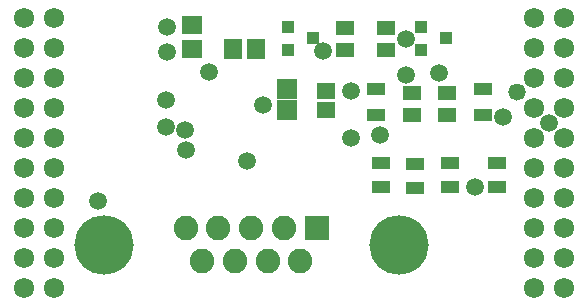
<source format=gbs>
G04 Layer_Color=8150272*
%FSLAX42Y42*%
%MOMM*%
G71*
G01*
G75*
%ADD40R,1.50X1.10*%
%ADD41R,1.65X1.25*%
%ADD49C,1.72*%
%ADD50C,5.03*%
%ADD51C,2.08*%
%ADD52R,2.08X2.08*%
%ADD53C,1.50*%
%ADD54C,1.47*%
%ADD55R,1.11X1.01*%
%ADD56R,1.75X1.55*%
%ADD57R,1.75X1.75*%
%ADD58R,1.55X1.75*%
%ADD59R,1.65X1.45*%
D40*
X8150Y6640D02*
D03*
Y6440D02*
D03*
X8440Y6430D02*
D03*
Y6630D02*
D03*
X9130Y6440D02*
D03*
Y6640D02*
D03*
X8730Y6440D02*
D03*
Y6640D02*
D03*
X9010Y7270D02*
D03*
Y7050D02*
D03*
X8110Y7270D02*
D03*
Y7050D02*
D03*
D41*
X8190Y7787D02*
D03*
Y7602D02*
D03*
X7840D02*
D03*
Y7787D02*
D03*
X8710Y7232D02*
D03*
Y7047D02*
D03*
X8410Y7232D02*
D03*
Y7047D02*
D03*
D49*
X5127Y7873D02*
D03*
X5381D02*
D03*
X5127Y7619D02*
D03*
X5381D02*
D03*
X5127Y7365D02*
D03*
X5381D02*
D03*
X5127Y7111D02*
D03*
X5381D02*
D03*
X5127Y6857D02*
D03*
X5381D02*
D03*
X5127Y6603D02*
D03*
X5381D02*
D03*
X5127Y6349D02*
D03*
X5381D02*
D03*
X5127Y6095D02*
D03*
X5381D02*
D03*
X5127Y5841D02*
D03*
X5381D02*
D03*
X5127Y5587D02*
D03*
X5381D02*
D03*
X9445Y7873D02*
D03*
X9699D02*
D03*
X9445Y7619D02*
D03*
X9699D02*
D03*
X9445Y7365D02*
D03*
X9699D02*
D03*
X9445Y7111D02*
D03*
X9699D02*
D03*
X9445Y6857D02*
D03*
X9699D02*
D03*
X9445Y6603D02*
D03*
X9699D02*
D03*
X9445Y6349D02*
D03*
X9699D02*
D03*
X9445Y6095D02*
D03*
X9699D02*
D03*
X9445Y5841D02*
D03*
X9699D02*
D03*
X9445Y5587D02*
D03*
X9699D02*
D03*
D50*
X5799Y5950D02*
D03*
X8301D02*
D03*
D51*
X6635Y5808D02*
D03*
X6911D02*
D03*
X7189D02*
D03*
X7466D02*
D03*
X6495Y6092D02*
D03*
X6772D02*
D03*
X7051D02*
D03*
X7328D02*
D03*
D52*
X7605D02*
D03*
D53*
X8140Y6880D02*
D03*
X8360Y7690D02*
D03*
X7660Y7590D02*
D03*
X9180Y7030D02*
D03*
X9570Y6980D02*
D03*
X7890Y7253D02*
D03*
Y6850D02*
D03*
X8640Y7400D02*
D03*
X8360Y7390D02*
D03*
X8940Y6440D02*
D03*
X7150Y7130D02*
D03*
X6340Y7790D02*
D03*
Y7580D02*
D03*
X6690Y7410D02*
D03*
X6325Y7175D02*
D03*
X5750Y6320D02*
D03*
X6490Y6920D02*
D03*
X6500Y6750D02*
D03*
X7012Y6662D02*
D03*
X6325Y6950D02*
D03*
D54*
X9300Y7240D02*
D03*
D55*
X7571Y7696D02*
D03*
X7359Y7599D02*
D03*
Y7791D02*
D03*
X8696Y7696D02*
D03*
X8484Y7599D02*
D03*
Y7791D02*
D03*
D56*
X6545Y7610D02*
D03*
Y7810D02*
D03*
D57*
X7350Y7272D02*
D03*
Y7088D02*
D03*
D58*
X6893Y7610D02*
D03*
X7088D02*
D03*
D59*
X7680Y7253D02*
D03*
Y7088D02*
D03*
M02*

</source>
